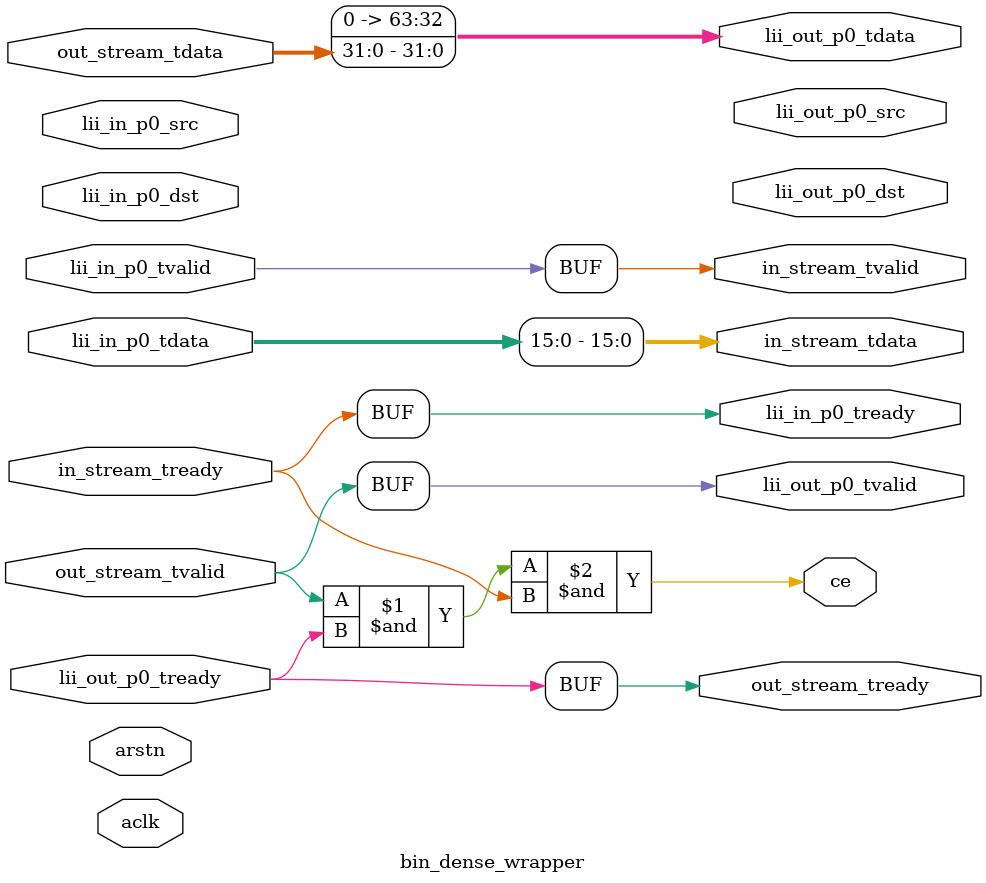
<source format=v>
`timescale 1ns/1ps

module bin_dense_wrapper
#(
    parameter NIN  = 1,   // logic input streams
    parameter NOUT = 1,  // logic output streams
    parameter P    = 1,              // phy in channels
    parameter Q    = 1,             // phy out channels
    parameter PW   = 64              // packing width
)
(
    // ------ clock and reset ------
    input  wire                     aclk,
    input  wire                     arstn,
    // ------ LII phy input ------
    input  wire [PW-1:0]            lii_in_p0_tdata,
    input  wire                     lii_in_p0_tvalid,
    output wire                     lii_in_p0_tready,
    input  wire [7:0]               lii_in_p0_src,
    input  wire [7:0]               lii_in_p0_dst,
    // ------ LII phy output ------
    output wire [PW-1:0]            lii_out_p0_tdata,
    output wire                     lii_out_p0_tvalid,
    input  wire                     lii_out_p0_tready,
    output wire [7:0]               lii_out_p0_src,
    output wire [7:0]               lii_out_p0_dst,
    // ------ connection to HLS kernel ------
    output wire [15:0]   in_stream_tdata,
    output wire                     in_stream_tvalid,
    input  wire                     in_stream_tready,
    input  wire [31:0]   out_stream_tdata,
    input  wire                     out_stream_tvalid,
    output wire                     out_stream_tready,
    // ------ clock enable for HLS kernel ------
    output wire                     ce
);

    // ========= input: unpack =========
    assign lii_in_p0_tready =
        in_stream_tready;
    assign in_stream_tdata  = lii_in_p0_tdata[15:0];
    assign in_stream_tvalid = lii_in_p0_tvalid;

    // ========= output: pack =========
    assign lii_out_p0_tvalid = 
        out_stream_tvalid;
    assign lii_out_p0_tdata = {
        out_stream_tdata
    };
    assign { out_stream_tready } =
           { lii_out_p0_tready };

    // ========= kernel clock gating =========
    assign ce = (out_stream_tvalid) &
                (lii_out_p0_tready) &
                (lii_in_p0_tready);
endmodule
</source>
